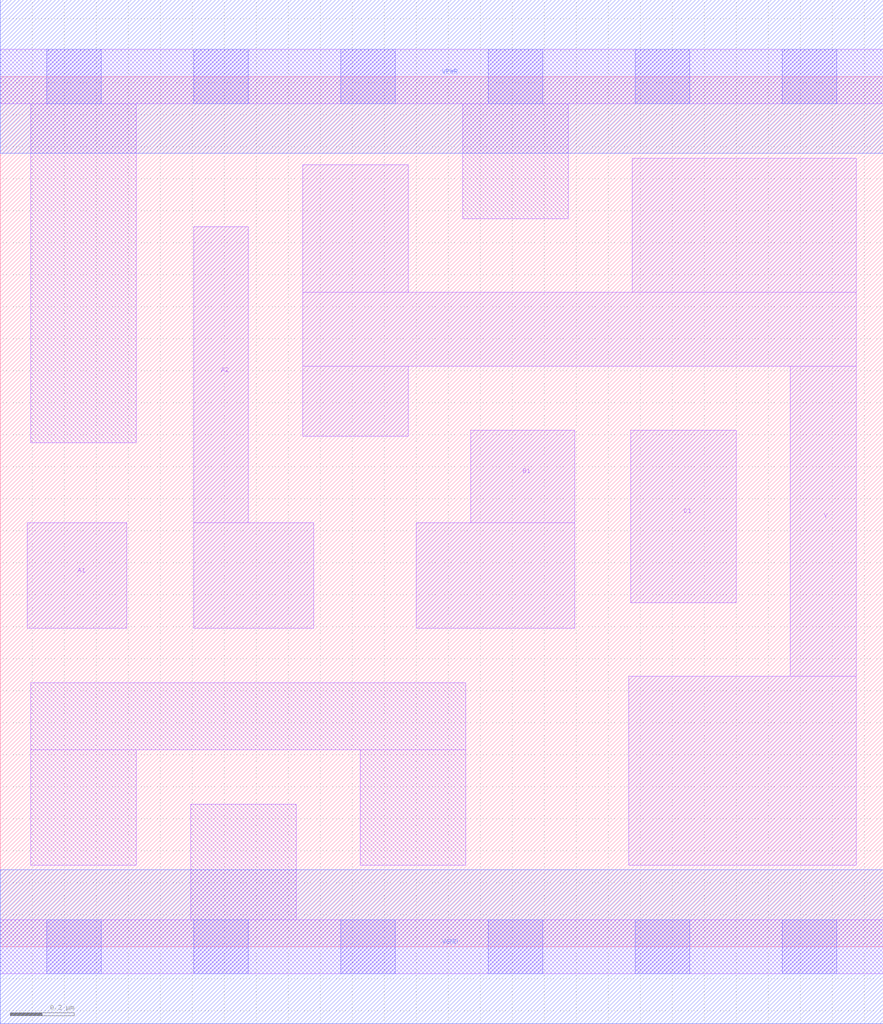
<source format=lef>
# Copyright 2020 The SkyWater PDK Authors
#
# Licensed under the Apache License, Version 2.0 (the "License");
# you may not use this file except in compliance with the License.
# You may obtain a copy of the License at
#
#     https://www.apache.org/licenses/LICENSE-2.0
#
# Unless required by applicable law or agreed to in writing, software
# distributed under the License is distributed on an "AS IS" BASIS,
# WITHOUT WARRANTIES OR CONDITIONS OF ANY KIND, either express or implied.
# See the License for the specific language governing permissions and
# limitations under the License.
#
# SPDX-License-Identifier: Apache-2.0

VERSION 5.7 ;
  NAMESCASESENSITIVE ON ;
  NOWIREEXTENSIONATPIN ON ;
  DIVIDERCHAR "/" ;
  BUSBITCHARS "[]" ;
UNITS
  DATABASE MICRONS 200 ;
END UNITS
MACRO sky130_fd_sc_hd__o211ai_1
  CLASS CORE ;
  FOREIGN sky130_fd_sc_hd__o211ai_1 ;
  ORIGIN  0.000000  0.000000 ;
  SIZE  2.760000 BY  2.720000 ;
  SYMMETRY X Y R90 ;
  SITE unithd ;
  PIN A1
    ANTENNAGATEAREA  0.247500 ;
    DIRECTION INPUT ;
    USE SIGNAL ;
    PORT
      LAYER li1 ;
        RECT 0.085000 0.995000 0.395000 1.325000 ;
    END
  END A1
  PIN A2
    ANTENNAGATEAREA  0.247500 ;
    DIRECTION INPUT ;
    USE SIGNAL ;
    PORT
      LAYER li1 ;
        RECT 0.605000 0.995000 0.980000 1.325000 ;
        RECT 0.605000 1.325000 0.775000 2.250000 ;
    END
  END A2
  PIN B1
    ANTENNAGATEAREA  0.247500 ;
    DIRECTION INPUT ;
    USE SIGNAL ;
    PORT
      LAYER li1 ;
        RECT 1.300000 0.995000 1.795000 1.325000 ;
        RECT 1.470000 1.325000 1.795000 1.615000 ;
    END
  END B1
  PIN C1
    ANTENNAGATEAREA  0.247500 ;
    DIRECTION INPUT ;
    USE SIGNAL ;
    PORT
      LAYER li1 ;
        RECT 1.970000 1.075000 2.300000 1.615000 ;
    END
  END C1
  PIN Y
    ANTENNADIFFAREA  1.418250 ;
    DIRECTION OUTPUT ;
    USE SIGNAL ;
    PORT
      LAYER li1 ;
        RECT 0.945000 1.595000 1.275000 1.815000 ;
        RECT 0.945000 1.815000 2.675000 2.045000 ;
        RECT 0.945000 2.045000 1.275000 2.445000 ;
        RECT 1.965000 0.255000 2.675000 0.845000 ;
        RECT 1.975000 2.045000 2.675000 2.465000 ;
        RECT 2.470000 0.845000 2.675000 1.815000 ;
    END
  END Y
  PIN VGND
    DIRECTION INOUT ;
    SHAPE ABUTMENT ;
    USE GROUND ;
    PORT
      LAYER met1 ;
        RECT 0.000000 -0.240000 2.760000 0.240000 ;
    END
  END VGND
  PIN VPWR
    DIRECTION INOUT ;
    SHAPE ABUTMENT ;
    USE POWER ;
    PORT
      LAYER met1 ;
        RECT 0.000000 2.480000 2.760000 2.960000 ;
    END
  END VPWR
  OBS
    LAYER li1 ;
      RECT 0.000000 -0.085000 2.760000 0.085000 ;
      RECT 0.000000  2.635000 2.760000 2.805000 ;
      RECT 0.095000  0.255000 0.425000 0.615000 ;
      RECT 0.095000  0.615000 1.455000 0.825000 ;
      RECT 0.095000  1.575000 0.425000 2.635000 ;
      RECT 0.595000  0.085000 0.925000 0.445000 ;
      RECT 1.125000  0.255000 1.455000 0.615000 ;
      RECT 1.445000  2.275000 1.775000 2.635000 ;
    LAYER mcon ;
      RECT 0.145000 -0.085000 0.315000 0.085000 ;
      RECT 0.145000  2.635000 0.315000 2.805000 ;
      RECT 0.605000 -0.085000 0.775000 0.085000 ;
      RECT 0.605000  2.635000 0.775000 2.805000 ;
      RECT 1.065000 -0.085000 1.235000 0.085000 ;
      RECT 1.065000  2.635000 1.235000 2.805000 ;
      RECT 1.525000 -0.085000 1.695000 0.085000 ;
      RECT 1.525000  2.635000 1.695000 2.805000 ;
      RECT 1.985000 -0.085000 2.155000 0.085000 ;
      RECT 1.985000  2.635000 2.155000 2.805000 ;
      RECT 2.445000 -0.085000 2.615000 0.085000 ;
      RECT 2.445000  2.635000 2.615000 2.805000 ;
  END
END sky130_fd_sc_hd__o211ai_1
END LIBRARY

</source>
